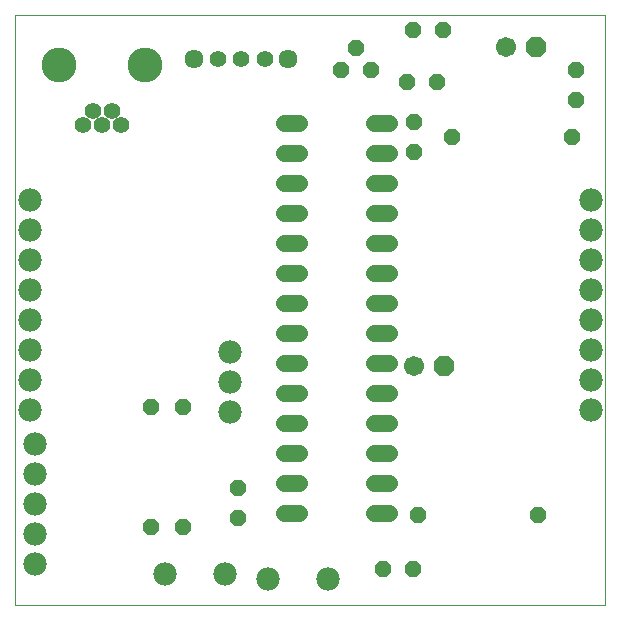
<source format=gts>
G75*
%MOIN*%
%OFA0B0*%
%FSLAX25Y25*%
%IPPOS*%
%LPD*%
%AMOC8*
5,1,8,0,0,1.08239X$1,22.5*
%
%ADD10C,0.00000*%
%ADD11OC8,0.05600*%
%ADD12C,0.06700*%
%ADD13OC8,0.06700*%
%ADD14C,0.05550*%
%ADD15C,0.11620*%
%ADD16C,0.07800*%
%ADD17C,0.05600*%
%ADD18C,0.06337*%
D10*
X0005060Y0002431D02*
X0005060Y0199281D01*
X0201910Y0199281D01*
X0201910Y0002431D01*
X0005060Y0002431D01*
D11*
X0050532Y0028573D03*
X0061162Y0028573D03*
X0079469Y0031565D03*
X0079469Y0041565D03*
X0061162Y0068573D03*
X0050532Y0068573D03*
X0127658Y0014518D03*
X0137658Y0014518D03*
X0139580Y0032477D03*
X0179580Y0032477D03*
X0138091Y0153612D03*
X0138091Y0163612D03*
X0150769Y0158494D03*
X0145847Y0176801D03*
X0135847Y0176801D03*
X0123958Y0180738D03*
X0118958Y0188238D03*
X0113958Y0180738D03*
X0137895Y0194045D03*
X0147895Y0194045D03*
X0190769Y0158494D03*
X0192147Y0170935D03*
X0192147Y0180935D03*
D12*
X0168958Y0188612D03*
X0138091Y0082313D03*
D13*
X0148091Y0082313D03*
X0178958Y0188612D03*
D14*
X0088406Y0184478D03*
X0080532Y0184478D03*
X0072658Y0184478D03*
X0040532Y0162589D03*
X0037383Y0167313D03*
X0034233Y0162589D03*
X0031084Y0167313D03*
X0027934Y0162589D03*
D15*
X0019863Y0182667D03*
X0048603Y0182667D03*
D16*
X0010060Y0137431D03*
X0010060Y0127431D03*
X0010060Y0117431D03*
X0010060Y0107431D03*
X0010060Y0097431D03*
X0010060Y0087431D03*
X0010060Y0077431D03*
X0010060Y0067431D03*
X0011792Y0056132D03*
X0011792Y0046132D03*
X0011792Y0036132D03*
X0011792Y0026132D03*
X0011792Y0016132D03*
X0054981Y0012943D03*
X0074981Y0012943D03*
X0089588Y0011250D03*
X0109588Y0011250D03*
X0076792Y0066880D03*
X0076792Y0076880D03*
X0076792Y0086880D03*
X0197060Y0087431D03*
X0197060Y0077431D03*
X0197060Y0067431D03*
X0197060Y0097431D03*
X0197060Y0107431D03*
X0197060Y0117431D03*
X0197060Y0127431D03*
X0197060Y0137431D03*
D17*
X0129943Y0133297D02*
X0124743Y0133297D01*
X0124743Y0123297D02*
X0129943Y0123297D01*
X0129943Y0113297D02*
X0124743Y0113297D01*
X0124743Y0103297D02*
X0129943Y0103297D01*
X0129943Y0093297D02*
X0124743Y0093297D01*
X0124743Y0083297D02*
X0129943Y0083297D01*
X0129943Y0073297D02*
X0124743Y0073297D01*
X0124743Y0063297D02*
X0129943Y0063297D01*
X0129943Y0053297D02*
X0124743Y0053297D01*
X0124743Y0043297D02*
X0129943Y0043297D01*
X0129943Y0033297D02*
X0124743Y0033297D01*
X0099943Y0033297D02*
X0094743Y0033297D01*
X0094743Y0043297D02*
X0099943Y0043297D01*
X0099943Y0053297D02*
X0094743Y0053297D01*
X0094743Y0063297D02*
X0099943Y0063297D01*
X0099943Y0073297D02*
X0094743Y0073297D01*
X0094743Y0083297D02*
X0099943Y0083297D01*
X0099943Y0093297D02*
X0094743Y0093297D01*
X0094743Y0103297D02*
X0099943Y0103297D01*
X0099943Y0113297D02*
X0094743Y0113297D01*
X0094743Y0123297D02*
X0099943Y0123297D01*
X0099943Y0133297D02*
X0094743Y0133297D01*
X0094743Y0143297D02*
X0099943Y0143297D01*
X0099943Y0153297D02*
X0094743Y0153297D01*
X0094743Y0163297D02*
X0099943Y0163297D01*
X0124743Y0163297D02*
X0129943Y0163297D01*
X0129943Y0153297D02*
X0124743Y0153297D01*
X0124743Y0143297D02*
X0129943Y0143297D01*
D18*
X0096280Y0184478D03*
X0064784Y0184478D03*
M02*

</source>
